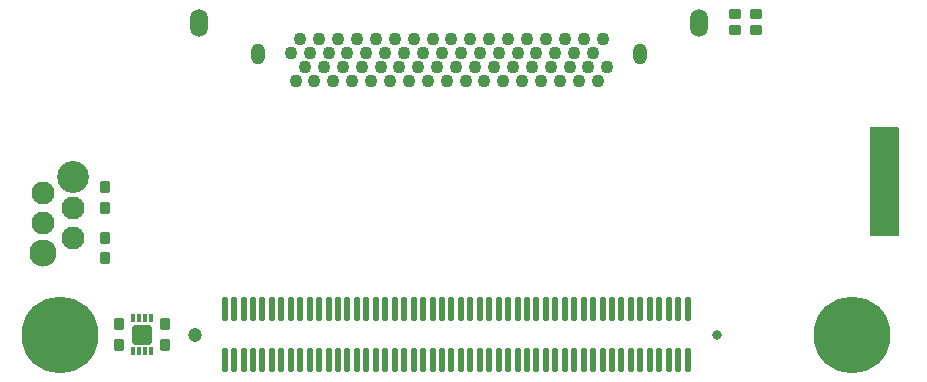
<source format=gts>
G04 #@! TF.GenerationSoftware,KiCad,Pcbnew,8.0.6*
G04 #@! TF.CreationDate,2024-11-07T02:27:46-08:00*
G04 #@! TF.ProjectId,mse-68-vhdci,6d73652d-3638-42d7-9668-6463692e6b69,1*
G04 #@! TF.SameCoordinates,PXb06e040PY8583b00*
G04 #@! TF.FileFunction,Soldermask,Top*
G04 #@! TF.FilePolarity,Negative*
%FSLAX46Y46*%
G04 Gerber Fmt 4.6, Leading zero omitted, Abs format (unit mm)*
G04 Created by KiCad (PCBNEW 8.0.6) date 2024-11-07 02:27:46*
%MOMM*%
%LPD*%
G01*
G04 APERTURE LIST*
G04 Aperture macros list*
%AMRoundRect*
0 Rectangle with rounded corners*
0 $1 Rounding radius*
0 $2 $3 $4 $5 $6 $7 $8 $9 X,Y pos of 4 corners*
0 Add a 4 corners polygon primitive as box body*
4,1,4,$2,$3,$4,$5,$6,$7,$8,$9,$2,$3,0*
0 Add four circle primitives for the rounded corners*
1,1,$1+$1,$2,$3*
1,1,$1+$1,$4,$5*
1,1,$1+$1,$6,$7*
1,1,$1+$1,$8,$9*
0 Add four rect primitives between the rounded corners*
20,1,$1+$1,$2,$3,$4,$5,0*
20,1,$1+$1,$4,$5,$6,$7,0*
20,1,$1+$1,$6,$7,$8,$9,0*
20,1,$1+$1,$8,$9,$2,$3,0*%
G04 Aperture macros list end*
%ADD10C,0.800000*%
%ADD11C,1.200000*%
%ADD12RoundRect,0.125000X0.125000X0.925000X-0.125000X0.925000X-0.125000X-0.925000X0.125000X-0.925000X0*%
%ADD13RoundRect,0.225000X0.225000X-0.275000X0.225000X0.275000X-0.225000X0.275000X-0.225000X-0.275000X0*%
%ADD14RoundRect,0.225000X-0.225000X0.275000X-0.225000X-0.275000X0.225000X-0.275000X0.225000X0.275000X0*%
%ADD15C,6.500000*%
%ADD16RoundRect,0.225000X-0.275000X-0.225000X0.275000X-0.225000X0.275000X0.225000X-0.275000X0.225000X0*%
%ADD17RoundRect,0.062500X0.137500X-0.287500X0.137500X0.287500X-0.137500X0.287500X-0.137500X-0.287500X0*%
%ADD18RoundRect,0.265625X0.584375X-0.584375X0.584375X0.584375X-0.584375X0.584375X-0.584375X-0.584375X0*%
%ADD19C,2.300000*%
%ADD20C,2.700000*%
%ADD21C,1.950000*%
%ADD22C,1.100000*%
%ADD23O,1.500000X2.350000*%
%ADD24O,1.200000X1.800000*%
%ADD25RoundRect,0.225000X0.275000X0.225000X-0.275000X0.225000X-0.275000X-0.225000X0.275000X-0.225000X0*%
G04 APERTURE END LIST*
D10*
G04 #@! TO.C,J1*
X-15400000Y4000000D03*
D11*
X-59600000Y4000000D03*
D12*
X-57100000Y1800000D03*
X-57100000Y6200000D03*
X-56300000Y1800001D03*
X-56300000Y6199999D03*
X-55500000Y1800000D03*
X-55500000Y6200000D03*
X-54700001Y1800000D03*
X-54700001Y6200000D03*
X-53900000Y1800000D03*
X-53900000Y6200000D03*
X-53100000Y1800000D03*
X-53100000Y6200000D03*
X-52299999Y1800000D03*
X-52299999Y6200000D03*
X-51500000Y1800000D03*
X-51500000Y6200000D03*
X-50700000Y1800001D03*
X-50700000Y6199999D03*
X-49900000Y1800000D03*
X-49900000Y6200000D03*
X-49100000Y1800000D03*
X-49100000Y6200000D03*
X-48300000Y1800000D03*
X-48300000Y6200000D03*
X-47500000Y1800000D03*
X-47500000Y6200000D03*
X-46699999Y1800000D03*
X-46699999Y6200000D03*
X-45900000Y1800000D03*
X-45900000Y6200000D03*
X-45100000Y1800001D03*
X-45100000Y6199999D03*
X-44300000Y1800000D03*
X-44300000Y6200000D03*
X-43500000Y1800000D03*
X-43500000Y6200000D03*
X-42700000Y1800000D03*
X-42700000Y6200000D03*
X-41900000Y1800000D03*
X-41900000Y6200000D03*
X-41099999Y1800000D03*
X-41099999Y6200000D03*
X-40300000Y1800000D03*
X-40300000Y6200000D03*
X-39500000Y1800001D03*
X-39500000Y6199999D03*
X-38700000Y1800000D03*
X-38700000Y6200000D03*
X-37900000Y1800000D03*
X-37900000Y6200000D03*
X-37100000Y1800000D03*
X-37100000Y6200000D03*
X-36300000Y1800000D03*
X-36300000Y6200000D03*
X-35500000Y1800001D03*
X-35500000Y6199999D03*
X-34700000Y1800000D03*
X-34700000Y6200000D03*
X-33900001Y1800000D03*
X-33900001Y6200000D03*
X-33100000Y1800000D03*
X-33100000Y6200000D03*
X-32300000Y1800000D03*
X-32300000Y6200000D03*
X-31500000Y1800000D03*
X-31500000Y6200000D03*
X-30700000Y1800000D03*
X-30700000Y6200000D03*
X-29900000Y1800001D03*
X-29900000Y6199999D03*
X-29100000Y1800000D03*
X-29100000Y6200000D03*
X-28300001Y1800000D03*
X-28300001Y6200000D03*
X-27500000Y1800000D03*
X-27500000Y6200000D03*
X-26700000Y1800000D03*
X-26700000Y6200000D03*
X-25900000Y1800000D03*
X-25900000Y6200000D03*
X-25100000Y1800000D03*
X-25100000Y6200000D03*
X-24300000Y1800001D03*
X-24300000Y6199999D03*
X-23500000Y1800000D03*
X-23500000Y6200000D03*
X-22700001Y1800000D03*
X-22700001Y6200000D03*
X-21900000Y1800000D03*
X-21900000Y6200000D03*
X-21100000Y1800000D03*
X-21100000Y6200000D03*
X-20299999Y1800000D03*
X-20299999Y6200000D03*
X-19500000Y1800000D03*
X-19500000Y6200000D03*
X-18700000Y1800001D03*
X-18700000Y6199999D03*
X-17900000Y1800000D03*
X-17900000Y6200000D03*
G04 #@! TD*
D13*
G04 #@! TO.C,R3*
X-67200000Y10450000D03*
X-67200000Y12150000D03*
G04 #@! TD*
D14*
G04 #@! TO.C,R2*
X-67200000Y16450000D03*
X-67200000Y14750000D03*
G04 #@! TD*
D13*
G04 #@! TO.C,C1*
X-66050000Y3150000D03*
X-66050000Y4850000D03*
G04 #@! TD*
D15*
G04 #@! TO.C,H4*
X-4000000Y4000000D03*
G04 #@! TD*
D16*
G04 #@! TO.C,R4*
X-13850000Y29800000D03*
X-12150000Y29800000D03*
G04 #@! TD*
D13*
G04 #@! TO.C,R1*
X-62150000Y3150000D03*
X-62150000Y4850000D03*
G04 #@! TD*
D17*
G04 #@! TO.C,U1*
X-64850001Y2600000D03*
X-64350000Y2600000D03*
X-63850000Y2600000D03*
X-63349999Y2600000D03*
X-63349999Y5400000D03*
X-63850000Y5400000D03*
X-64350000Y5400000D03*
X-64850001Y5400000D03*
D18*
X-64100000Y4000000D03*
G04 #@! TD*
D19*
G04 #@! TO.C,J3*
X-72440000Y10870000D03*
D20*
X-69900000Y17340000D03*
D21*
X-72440000Y16010000D03*
X-69900000Y14740000D03*
X-72440000Y13470000D03*
X-69900000Y12200000D03*
G04 #@! TD*
D22*
G04 #@! TO.C,J4*
X-51100000Y25500000D03*
X-50300000Y26650000D03*
X-49500000Y25500000D03*
X-48700000Y26650000D03*
X-47900000Y25500000D03*
X-47100000Y26650000D03*
X-46300000Y25500000D03*
X-45500000Y26650000D03*
X-44700000Y25500000D03*
X-43900000Y26650000D03*
X-43100000Y25499999D03*
X-42300000Y26650000D03*
X-41500001Y25500000D03*
X-40700000Y26650000D03*
X-39900000Y25500000D03*
X-39100000Y26650000D03*
X-38300000Y25500000D03*
X-37500000Y26650000D03*
X-36700000Y25500000D03*
X-35900000Y26650000D03*
X-35100000Y25500000D03*
X-34300000Y26650000D03*
X-33499999Y25500000D03*
X-32700000Y26650000D03*
X-31900000Y25499999D03*
X-31100000Y26650000D03*
X-30300000Y25500000D03*
X-29500000Y26650000D03*
X-28700000Y25500000D03*
X-27900000Y26650000D03*
X-27100000Y25500000D03*
X-26300000Y26650000D03*
X-25500000Y25500000D03*
X-24700000Y26650000D03*
X-51500000Y27850000D03*
X-50700000Y29000001D03*
X-49900000Y27850000D03*
X-49100000Y29000000D03*
X-48300000Y27850000D03*
X-47500000Y29000000D03*
X-46700000Y27850000D03*
X-45900000Y29000000D03*
X-45100000Y27850000D03*
X-44300000Y29000000D03*
X-43500000Y27850000D03*
X-42700000Y29000000D03*
X-41900000Y27850000D03*
X-41100000Y29000001D03*
X-40300000Y27850000D03*
X-39500000Y29000001D03*
X-38700000Y27850000D03*
X-37900000Y29000000D03*
X-37100000Y27850000D03*
X-36300000Y29000000D03*
X-35500000Y27850000D03*
X-34700000Y29000000D03*
X-33900000Y27850000D03*
X-33100000Y29000000D03*
X-32300000Y27850000D03*
X-31500000Y29000000D03*
X-30700000Y27850000D03*
X-29900000Y29000001D03*
X-29100000Y27850000D03*
X-28300000Y29000001D03*
X-27500000Y27850000D03*
X-26700000Y29000000D03*
X-25900000Y27850000D03*
X-25100000Y29000000D03*
D23*
X-16950000Y30380000D03*
D24*
X-21925000Y27750000D03*
X-54275000Y27750000D03*
D23*
X-59250000Y30380000D03*
G04 #@! TD*
D15*
G04 #@! TO.C,H3*
X-71000000Y4000000D03*
G04 #@! TD*
D25*
G04 #@! TO.C,C2*
X-12150000Y31100000D03*
X-13850000Y31100000D03*
G04 #@! TD*
G36*
X-56961Y21530315D02*
G01*
X-11206Y21477511D01*
X0Y21426000D01*
X0Y12474000D01*
X-19685Y12406961D01*
X-72489Y12361206D01*
X-124000Y12350000D01*
X-2376000Y12350000D01*
X-2443039Y12369685D01*
X-2488794Y12422489D01*
X-2500000Y12474000D01*
X-2500000Y21426000D01*
X-2480315Y21493039D01*
X-2427511Y21538794D01*
X-2376000Y21550000D01*
X-124000Y21550000D01*
X-56961Y21530315D01*
G37*
M02*

</source>
